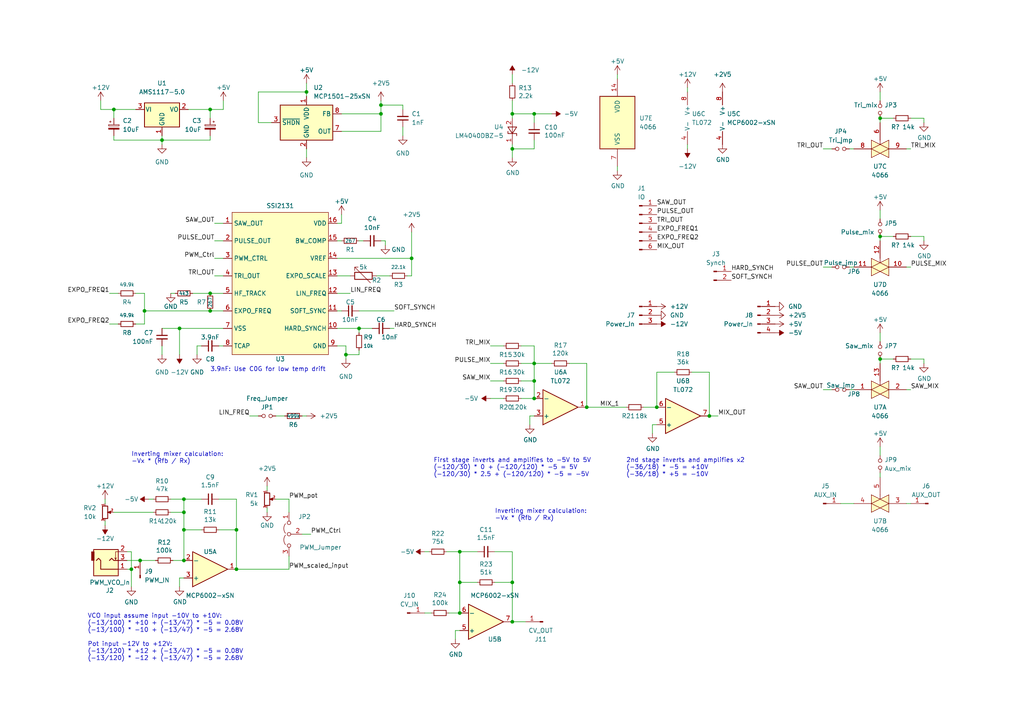
<source format=kicad_sch>
(kicad_sch (version 20230121) (generator eeschema)
  (paper "A4")
  (junction (at 170.18 118.11))
  (junction (at 88.9 26.67))
  (junction (at 40.64 162.56))
  (junction (at 60.96 85.09))
  (junction (at 255.27 104.14))
  (junction (at 52.07 95.25))
  (junction (at 255.27 34.29))
  (junction (at 133.35 160.02))
  (junction (at 154.94 110.49))
  (junction (at 53.34 144.78))
  (junction (at 133.35 177.8))
  (junction (at 33.02 31.75))
  (junction (at 41.91 90.17))
  (junction (at 53.34 148.59))
  (junction (at 104.14 95.25))
  (junction (at 149.86 -27.94))
  (junction (at 190.5 118.11))
  (junction (at 38.1 165.1))
  (junction (at 68.58 165.1))
  (junction (at 60.96 31.75))
  (junction (at 154.94 33.02))
  (junction (at 148.59 180.34))
  (junction (at 154.94 105.41))
  (junction (at 110.49 30.48))
  (junction (at 255.27 68.58))
  (junction (at 205.74 120.65))
  (junction (at 53.34 153.67))
  (junction (at 148.59 168.91))
  (junction (at 46.99 40.64))
  (junction (at 154.94 115.57))
  (junction (at 133.35 168.91))
  (junction (at 119.38 74.93))
  (junction (at 148.59 33.02))
  (junction (at 68.58 153.67))
  (junction (at 100.33 102.87))
  (junction (at 53.34 162.56))
  (junction (at 148.59 43.18))
  (junction (at 60.96 90.17))
  (junction (at 110.49 33.02))
  (wire (pts (xy 53.34 153.67) (xy 53.34 162.56)))
  (wire (pts (xy 162.56 -27.94) (xy 149.86 -27.94)))
  (wire (pts (xy 104.14 101.6) (xy 104.14 102.87)))
  (wire (pts (xy 57.15 100.33) (xy 58.42 100.33)))
  (wire (pts (xy 62.23 80.01) (xy 64.77 80.01)))
  (wire (pts (xy 46.99 95.25) (xy 52.07 95.25)))
  (wire (pts (xy 255.27 34.29) (xy 259.08 34.29)))
  (wire (pts (xy 52.07 95.25) (xy 64.77 95.25)))
  (wire (pts (xy 41.91 85.09) (xy 39.37 85.09)))
  (wire (pts (xy 170.18 118.11) (xy 181.61 118.11)))
  (wire (pts (xy 97.79 80.01) (xy 101.6 80.01)))
  (wire (pts (xy 153.67 120.65) (xy 153.67 123.19)))
  (wire (pts (xy 119.38 80.01) (xy 119.38 74.93)))
  (wire (pts (xy 255.27 26.67) (xy 255.27 29.21)))
  (wire (pts (xy 110.49 38.1) (xy 110.49 33.02)))
  (wire (pts (xy 99.06 69.85) (xy 97.79 69.85)))
  (wire (pts (xy 80.01 120.65) (xy 82.55 120.65)))
  (wire (pts (xy 149.86 -30.48) (xy 149.86 -27.94)))
  (wire (pts (xy 148.59 160.02) (xy 148.59 168.91)))
  (wire (pts (xy 63.5 144.78) (xy 68.58 144.78)))
  (wire (pts (xy 133.35 168.91) (xy 138.43 168.91)))
  (wire (pts (xy 246.38 113.03) (xy 247.65 113.03)))
  (wire (pts (xy 77.47 140.97) (xy 77.47 142.24)))
  (wire (pts (xy 80.01 144.78) (xy 83.82 144.78)))
  (wire (pts (xy 57.15 100.33) (xy 57.15 102.87)))
  (wire (pts (xy 74.93 26.67) (xy 88.9 26.67)))
  (wire (pts (xy 189.23 123.19) (xy 189.23 125.73)))
  (wire (pts (xy 246.38 77.47) (xy 247.65 77.47)))
  (wire (pts (xy 238.76 43.18) (xy 241.3 43.18)))
  (wire (pts (xy 99.06 33.02) (xy 110.49 33.02)))
  (wire (pts (xy 255.27 60.96) (xy 255.27 63.5)))
  (wire (pts (xy 199.39 25.4) (xy 199.39 26.67)))
  (wire (pts (xy 238.76 77.47) (xy 241.3 77.47)))
  (wire (pts (xy 30.48 144.78) (xy 30.48 146.05)))
  (wire (pts (xy 60.96 31.75) (xy 64.77 31.75)))
  (wire (pts (xy 60.96 31.75) (xy 60.96 34.29)))
  (wire (pts (xy 99.06 38.1) (xy 110.49 38.1)))
  (wire (pts (xy 33.02 39.37) (xy 33.02 40.64)))
  (wire (pts (xy 53.34 153.67) (xy 58.42 153.67)))
  (wire (pts (xy 154.94 33.02) (xy 154.94 35.56)))
  (wire (pts (xy 133.35 160.02) (xy 133.35 168.91)))
  (wire (pts (xy 53.34 148.59) (xy 53.34 153.67)))
  (wire (pts (xy 151.13 100.33) (xy 154.94 100.33)))
  (wire (pts (xy 148.59 33.02) (xy 148.59 34.29)))
  (wire (pts (xy 205.74 107.95) (xy 205.74 120.65)))
  (wire (pts (xy 255.27 104.14) (xy 259.08 104.14)))
  (wire (pts (xy 104.14 95.25) (xy 104.14 96.52)))
  (wire (pts (xy 31.75 85.09) (xy 34.29 85.09)))
  (wire (pts (xy 162.56 -29.21) (xy 162.56 -27.94)))
  (wire (pts (xy 133.35 160.02) (xy 138.43 160.02)))
  (wire (pts (xy 52.07 167.64) (xy 53.34 167.64)))
  (wire (pts (xy 160.02 33.02) (xy 154.94 33.02)))
  (wire (pts (xy 33.02 31.75) (xy 33.02 34.29)))
  (wire (pts (xy 116.84 30.48) (xy 116.84 31.75)))
  (wire (pts (xy 133.35 168.91) (xy 133.35 177.8)))
  (wire (pts (xy 29.21 29.21) (xy 29.21 31.75)))
  (wire (pts (xy 62.23 64.77) (xy 64.77 64.77)))
  (wire (pts (xy 36.83 165.1) (xy 38.1 165.1)))
  (wire (pts (xy 154.94 33.02) (xy 148.59 33.02)))
  (wire (pts (xy 199.39 41.91) (xy 199.39 43.18)))
  (wire (pts (xy 255.27 68.58) (xy 259.08 68.58)))
  (wire (pts (xy 111.76 69.85) (xy 111.76 71.12)))
  (wire (pts (xy 264.16 104.14) (xy 267.97 104.14)))
  (wire (pts (xy 262.89 113.03) (xy 264.16 113.03)))
  (wire (pts (xy 110.49 30.48) (xy 116.84 30.48)))
  (wire (pts (xy 123.19 160.02) (xy 124.46 160.02)))
  (wire (pts (xy 255.27 68.58) (xy 255.27 69.85)))
  (wire (pts (xy 104.14 95.25) (xy 107.95 95.25)))
  (wire (pts (xy 49.53 144.78) (xy 53.34 144.78)))
  (wire (pts (xy 154.94 110.49) (xy 154.94 115.57)))
  (wire (pts (xy 189.23 123.19) (xy 190.5 123.19)))
  (wire (pts (xy 29.21 31.75) (xy 33.02 31.75)))
  (wire (pts (xy 39.37 93.98) (xy 41.91 93.98)))
  (wire (pts (xy 36.83 160.02) (xy 38.1 160.02)))
  (wire (pts (xy 50.165 162.56) (xy 53.34 162.56)))
  (wire (pts (xy 267.97 34.29) (xy 267.97 35.56)))
  (wire (pts (xy 200.66 107.95) (xy 205.74 107.95)))
  (wire (pts (xy 262.89 43.18) (xy 264.16 43.18)))
  (wire (pts (xy 110.49 30.48) (xy 110.49 29.21)))
  (wire (pts (xy 53.34 144.78) (xy 53.34 148.59)))
  (wire (pts (xy 97.79 100.33) (xy 100.33 100.33)))
  (wire (pts (xy 153.67 120.65) (xy 154.94 120.65)))
  (wire (pts (xy 110.49 33.02) (xy 110.49 30.48)))
  (wire (pts (xy 88.9 26.67) (xy 88.9 27.94)))
  (wire (pts (xy 186.69 118.11) (xy 190.5 118.11)))
  (wire (pts (xy 205.74 120.65) (xy 208.28 120.65)))
  (wire (pts (xy 43.18 144.78) (xy 44.45 144.78)))
  (wire (pts (xy 41.91 93.98) (xy 41.91 90.17)))
  (wire (pts (xy 78.74 35.56) (xy 74.93 35.56)))
  (wire (pts (xy 123.19 177.8) (xy 125.095 177.8)))
  (wire (pts (xy 62.23 74.93) (xy 64.77 74.93)))
  (wire (pts (xy 255.27 96.52) (xy 255.27 99.06)))
  (wire (pts (xy 33.02 148.59) (xy 44.45 148.59)))
  (wire (pts (xy 60.96 40.64) (xy 46.99 40.64)))
  (wire (pts (xy 49.53 85.09) (xy 50.8 85.09)))
  (wire (pts (xy 267.97 68.58) (xy 267.97 69.85)))
  (wire (pts (xy 63.5 100.33) (xy 64.77 100.33)))
  (wire (pts (xy 132.08 182.88) (xy 133.35 182.88)))
  (wire (pts (xy 88.9 24.13) (xy 88.9 26.67)))
  (wire (pts (xy 142.24 105.41) (xy 146.05 105.41)))
  (wire (pts (xy 238.76 113.03) (xy 241.3 113.03)))
  (wire (pts (xy 109.22 80.01) (xy 113.03 80.01)))
  (wire (pts (xy 30.48 151.13) (xy 30.48 152.4)))
  (wire (pts (xy 53.34 144.78) (xy 58.42 144.78)))
  (wire (pts (xy 41.91 90.17) (xy 41.91 85.09)))
  (wire (pts (xy 77.47 147.32) (xy 77.47 148.59)))
  (wire (pts (xy 104.14 90.17) (xy 114.3 90.17)))
  (wire (pts (xy 148.59 180.34) (xy 152.4 180.34)))
  (wire (pts (xy 100.33 102.87) (xy 100.33 104.14)))
  (wire (pts (xy 255.27 34.29) (xy 255.27 35.56)))
  (wire (pts (xy 154.94 105.41) (xy 154.94 110.49)))
  (wire (pts (xy 36.83 162.56) (xy 40.64 162.56)))
  (wire (pts (xy 190.5 107.95) (xy 195.58 107.95)))
  (wire (pts (xy 170.18 105.41) (xy 170.18 118.11)))
  (wire (pts (xy 148.59 29.21) (xy 148.59 33.02)))
  (wire (pts (xy 151.13 110.49) (xy 154.94 110.49)))
  (wire (pts (xy 264.16 68.58) (xy 267.97 68.58)))
  (wire (pts (xy 60.96 90.17) (xy 64.77 90.17)))
  (wire (pts (xy 104.14 102.87) (xy 100.33 102.87)))
  (wire (pts (xy 143.51 168.91) (xy 148.59 168.91)))
  (wire (pts (xy 113.03 95.25) (xy 114.3 95.25)))
  (wire (pts (xy 255.27 104.14) (xy 255.27 105.41)))
  (wire (pts (xy 60.96 39.37) (xy 60.96 40.64)))
  (wire (pts (xy 148.59 41.91) (xy 148.59 43.18)))
  (wire (pts (xy 130.175 177.8) (xy 133.35 177.8)))
  (wire (pts (xy 110.49 69.85) (xy 111.76 69.85)))
  (wire (pts (xy 74.93 35.56) (xy 74.93 26.67)))
  (wire (pts (xy 68.58 165.1) (xy 83.82 165.1)))
  (wire (pts (xy 148.59 43.18) (xy 154.94 43.18)))
  (wire (pts (xy 87.63 154.94) (xy 90.17 154.94)))
  (wire (pts (xy 154.94 105.41) (xy 160.02 105.41)))
  (wire (pts (xy 33.02 40.64) (xy 46.99 40.64)))
  (wire (pts (xy 262.89 146.05) (xy 264.16 146.05)))
  (wire (pts (xy 55.88 85.09) (xy 60.96 85.09)))
  (wire (pts (xy 62.23 69.85) (xy 64.77 69.85)))
  (wire (pts (xy 267.97 104.14) (xy 267.97 105.41)))
  (wire (pts (xy 97.79 90.17) (xy 99.06 90.17)))
  (wire (pts (xy 262.89 77.47) (xy 264.16 77.47)))
  (wire (pts (xy 64.77 31.75) (xy 64.77 29.21)))
  (wire (pts (xy 151.13 115.57) (xy 154.94 115.57)))
  (wire (pts (xy 190.5 107.95) (xy 190.5 118.11)))
  (wire (pts (xy 60.96 85.09) (xy 64.77 85.09)))
  (wire (pts (xy 154.94 100.33) (xy 154.94 105.41)))
  (wire (pts (xy 142.24 110.49) (xy 146.05 110.49)))
  (wire (pts (xy 38.1 160.02) (xy 38.1 165.1)))
  (wire (pts (xy 148.59 43.18) (xy 148.59 45.72)))
  (wire (pts (xy 255.27 129.54) (xy 255.27 132.08)))
  (wire (pts (xy 68.58 153.67) (xy 68.58 165.1)))
  (wire (pts (xy 154.94 40.64) (xy 154.94 43.18)))
  (wire (pts (xy 255.27 137.16) (xy 255.27 138.43)))
  (wire (pts (xy 49.53 148.59) (xy 53.34 148.59)))
  (wire (pts (xy 129.54 160.02) (xy 133.35 160.02)))
  (wire (pts (xy 83.82 165.1) (xy 83.82 161.29)))
  (wire (pts (xy 151.13 105.41) (xy 154.94 105.41)))
  (wire (pts (xy 74.93 120.65) (xy 72.39 120.65)))
  (wire (pts (xy 52.07 167.64) (xy 52.07 170.18)))
  (wire (pts (xy 97.79 95.25) (xy 104.14 95.25)))
  (wire (pts (xy 33.02 31.75) (xy 39.37 31.75)))
  (wire (pts (xy 149.86 -38.1) (xy 149.86 -35.56)))
  (wire (pts (xy 41.91 90.17) (xy 60.96 90.17)))
  (wire (pts (xy 243.84 146.05) (xy 247.65 146.05)))
  (wire (pts (xy 118.11 80.01) (xy 119.38 80.01)))
  (wire (pts (xy 97.79 85.09) (xy 101.6 85.09)))
  (wire (pts (xy 246.38 43.18) (xy 247.65 43.18)))
  (wire (pts (xy 179.07 21.59) (xy 179.07 22.86)))
  (wire (pts (xy 149.86 -27.94) (xy 149.86 -26.67)))
  (wire (pts (xy 87.63 120.65) (xy 88.9 120.65)))
  (wire (pts (xy 119.38 67.31) (xy 119.38 74.93)))
  (wire (pts (xy 99.06 62.23) (xy 99.06 64.77)))
  (wire (pts (xy 88.9 43.18) (xy 88.9 45.72)))
  (wire (pts (xy 46.99 100.33) (xy 46.99 102.87)))
  (wire (pts (xy 97.79 74.93) (xy 119.38 74.93)))
  (wire (pts (xy 46.99 40.64) (xy 46.99 41.91)))
  (wire (pts (xy 83.82 144.78) (xy 83.82 148.59)))
  (wire (pts (xy 38.1 165.1) (xy 38.1 170.18)))
  (wire (pts (xy 54.61 31.75) (xy 60.96 31.75)))
  (wire (pts (xy 68.58 144.78) (xy 68.58 153.67)))
  (wire (pts (xy 264.16 34.29) (xy 267.97 34.29)))
  (wire (pts (xy 142.24 115.57) (xy 146.05 115.57)))
  (wire (pts (xy 179.07 48.26) (xy 179.07 49.53)))
  (wire (pts (xy 116.84 36.83) (xy 116.84 39.37)))
  (wire (pts (xy 31.75 93.98) (xy 34.29 93.98)))
  (wire (pts (xy 143.51 160.02) (xy 148.59 160.02)))
  (wire (pts (xy 99.06 64.77) (xy 97.79 64.77)))
  (wire (pts (xy 104.14 69.85) (xy 105.41 69.85)))
  (wire (pts (xy 148.59 21.59) (xy 148.59 24.13)))
  (wire (pts (xy 149.86 -19.05) (xy 149.86 -16.51)))
  (wire (pts (xy 46.99 39.37) (xy 46.99 40.64)))
  (wire (pts (xy 52.07 95.25) (xy 52.07 102.87)))
  (wire (pts (xy 63.5 153.67) (xy 68.58 153.67)))
  (wire (pts (xy 40.64 162.56) (xy 45.085 162.56)))
  (wire (pts (xy 142.24 100.33) (xy 146.05 100.33)))
  (wire (pts (xy 100.33 100.33) (xy 100.33 102.87)))
  (wire (pts (xy 132.08 182.88) (xy 132.08 185.42)))
  (wire (pts (xy 165.1 105.41) (xy 170.18 105.41)))
  (wire (pts (xy 148.59 168.91) (xy 148.59 180.34)))
  (text "VCO input assume input -10V to +10V:\n(-13/100) * +10 + (-13/47) * -5 = 0.08V\n(-13/100) * -10 + (-13/47) * -5 = 2.68V\n\nPot input -12V to +12V:\n(-13/120) * +12 + (-13/47) * -5 = 0.08V\n(-13/120) * -12 + (-13/47) * -5 = 2.68V" (at 25.4 191.77 0) (effects (font (size 1.27 1.27)) (justify left bottom)))
  (text "First stage inverts and amplifies to -5V to 5V\n(-120/30) * 0 + (-120/120) * -5 = 5V\n(-120/30) * 2.5 + (-120/120) * -5 = -5V" (at 125.73 138.43 0) (effects (font (size 1.27 1.27)) (justify left bottom)))
  (text "3.9nF: Use C0G for low temp drift" (at 60.96 107.95 0) (effects (font (size 1.27 1.27)) (justify left bottom)))
  (text "2nd stage inverts and amplifies x2\n(-36/18) * -5 = +10V\n(-36/18) * +5 = -10V" (at 181.61 138.43 0) (effects (font (size 1.27 1.27)) (justify left bottom)))
  (text "Inverting mixer calculation:\n-Vx * (Rfb / Rx)" (at 143.51 151.13 0) (effects (font (size 1.27 1.27)) (justify left bottom)))
  (text "Inverting mixer calculation:\n-Vx * (Rfb / Rx)" (at 38.1 134.62 0) (effects (font (size 1.27 1.27)) (justify left bottom)))
  (label "SAW_OUT" (at 62.23 64.77 180))
  (label "SOFT_SYNCH" (at 212.09 81.28 0))
  (label "MIX_OUT" (at 190.5 72.39 0))
  (label "TRI_OUT" (at 238.76 43.18 180))
  (label "SAW_OUT" (at 190.5 59.69 0))
  (label "MIX_OUT" (at 208.28 120.65 0))
  (label "TRI_MIX" (at 264.16 43.18 0))
  (label "EXPO_FREQ1" (at 31.75 85.09 180))
  (label "PULSE_OUT" (at 62.23 69.85 180))
  (label "SAW_MIX" (at 142.24 110.49 180))
  (label "PULSE_MIX" (at 142.24 105.41 180))
  (label "PULSE_OUT" (at 238.76 77.47 180))
  (label "TRI_OUT" (at 62.23 80.01 180))
  (label "HARD_SYNCH" (at 114.3 95.25 0))
  (label "EXPO_FREQ1" (at 190.5 67.31 0))
  (label "TRI_MIX" (at 142.24 100.33 180))
  (label "HARD_SYNCH" (at 212.09 78.74 0))
  (label "LIN_FREQ" (at 72.39 120.65 180))
  (label "PWM_scaled_input" (at 83.82 165.1 0))
  (label "LIN_FREQ" (at 101.6 85.09 0))
  (label "TRI_OUT" (at 190.5 64.77 0))
  (label "MIX_1" (at 173.99 118.11 0))
  (label "SOFT_SYNCH" (at 114.3 90.17 0))
  (label "SAW_OUT" (at 238.76 113.03 180))
  (label "PULSE_MIX" (at 264.16 77.47 0))
  (label "PULSE_OUT" (at 190.5 62.23 0))
  (label "PWM_Ctrl" (at 90.17 154.94 0))
  (label "PWM_pot" (at 83.82 144.78 0))
  (label "PWM_Ctrl" (at 62.23 74.93 180))
  (label "SAW_MIX" (at 264.16 113.03 0))
  (label "EXPO_FREQ2" (at 31.75 93.98 180))
  (label "EXPO_FREQ2" (at 190.5 69.85 0))
  (symbol (lib_id "Device:C_Small") (at 60.96 100.33 90) (unit 1)
    (property "Reference" "C8" (at 60.96 104.14 90))
    (property "Value" "3.9nF" (at 60.96 97.79 90))
    (property "Footprint" "Capacitor_SMD:C_0805_2012Metric" (effects hide))
  )
  (symbol (lib_id "power:+5V") (at 64.77 29.21 0) (unit 1)
    (property "Reference" "#PWR03" (effects hide))
    (property "Value" "+5V" (at 64.77 25.4 0))
  )
  (symbol (lib_id "power:+2V5") (at 88.9 120.65 270) (unit 1)
    (property "Reference" "#PWR0105" (effects hide))
    (property "Value" "+2V5" (at 92.71 120.6499 90) (effects (justify left)))
  )
  (symbol (lib_id "power:GND") (at 209.55 41.91 0) (unit 1)
    (property "Reference" "#PWR028" (effects hide))
    (property "Value" "GND" (at 209.677 46.3042 0))
  )
  (symbol (lib_id "Encoder:Jumper_NO_Small") (at 255.27 101.6 90) (unit 1)
    (property "Reference" "JP7" (at 256.54 100.3299 90) (effects (justify right)))
    (property "Value" "Saw_mix" (at 245.11 100.33 90) (effects (justify right)))
    (property "Footprint" "Connector_PinHeader_2.54mm:PinHeader_1x02_P2.54mm_Vertical" (effects hide))
  )
  (symbol (lib_id "Amplifier_Operational:TL072") (at 201.93 34.29 0) (unit 3)
    (property "Reference" "U6" (at 200.66 33.0199 0) (effects (justify left)))
    (property "Value" "TL072" (at 200.66 35.5599 0) (effects (justify left)))
    (property "Footprint" "Package_SO:SO-8_3.9x4.9mm_P1.27mm" (effects hide))
    (property "Datasheet" "http://www.ti.com/lit/ds/symlink/tl071.pdf" (effects hide))
  )
  (symbol (lib_id "Device:R_Small") (at 53.34 85.09 90) (unit 1)
    (property "Reference" "R5" (at 53.34 87.63 90))
    (property "Value" "4k3" (at 53.34 85.09 90) (effects (font (size 1 1))))
    (property "Footprint" "Resistor_SMD:R_0805_2012Metric" (effects hide))
  )
  (symbol (lib_id "Connector:Conn_01x02_Male") (at 207.01 78.74 0) (unit 1)
    (property "Reference" "J3" (at 207.645 73.66 0))
    (property "Value" "Synch" (at 207.645 76.2 0))
    (property "Footprint" "Connector_PinHeader_2.54mm:PinHeader_1x02_P2.54mm_Vertical" (effects hide))
  )
  (symbol (lib_id "power:GND") (at 224.79 88.9 90) (unit 1)
    (property "Reference" "#PWR018" (effects hide))
    (property "Value" "GND" (at 228.6 88.8999 90) (effects (justify right)))
  )
  (symbol (lib_id "power:-12V") (at 148.59 21.59 0) (unit 1)
    (property "Reference" "#PWR010" (effects hide))
    (property "Value" "-12V" (at 151.13 20.3199 0) (effects (justify left)))
  )
  (symbol (lib_id "power:+12V") (at 30.48 144.78 0) (mirror y) (unit 1)
    (property "Reference" "#PWR024" (effects hide))
    (property "Value" "+12V" (at 30.48 140.97 0))
  )
  (symbol (lib_id "power:+2V5") (at 224.79 91.44 270) (unit 1)
    (property "Reference" "#PWR019" (effects hide))
    (property "Value" "+2V5" (at 228.6 91.4399 90) (effects (justify left)))
  )
  (symbol (lib_id "power:+12V") (at 29.21 29.21 0) (mirror y) (unit 1)
    (property "Reference" "#PWR02" (effects hide))
    (property "Value" "+12V" (at 29.21 25.4 0))
  )
  (symbol (lib_id "Device:R_Small") (at 101.6 69.85 90) (unit 1)
    (property "Reference" "R1" (at 101.6 72.39 90))
    (property "Value" "267" (at 101.6 69.85 90) (effects (font (size 1 1))))
    (property "Footprint" "Resistor_SMD:R_0805_2012Metric" (effects hide))
  )
  (symbol (lib_id "power:+5V") (at 99.06 62.23 0) (unit 1)
    (property "Reference" "#PWR08" (effects hide))
    (property "Value" "+5V" (at 99.06 58.42 0))
  )
  (symbol (lib_id "Device:C_Small") (at 46.99 97.79 0) (unit 1)
    (property "Reference" "C7" (at 44.45 96.5262 0) (effects (justify right)))
    (property "Value" "100nF" (at 44.45 99.0662 0) (effects (justify right)))
    (property "Footprint" "Capacitor_SMD:C_0805_2012Metric" (effects hide))
  )
  (symbol (lib_id "Jumper:Jumper_3_Open") (at 83.82 154.94 90) (mirror x) (unit 1)
    (property "Reference" "JP2" (at 90.17 149.86 90) (effects (justify left)))
    (property "Value" "PWM_Jumper" (at 99.06 158.75 90) (effects (justify left)))
    (property "Footprint" "Connector_PinHeader_2.54mm:PinHeader_1x03_P2.54mm_Vertical" (effects hide))
  )
  (symbol (lib_id "4xxx:4066") (at 255.27 113.03 0) (unit 1)
    (property "Reference" "U7" (at 255.27 118.11 0))
    (property "Value" "4066" (at 255.27 120.65 0))
    (property "Footprint" "Package_SO:TSSOP-14_4.4x5mm_P0.65mm" (effects hide))
    (property "Datasheet" "http://www.ti.com/lit/ds/symlink/cd4066b.pdf" (effects hide))
  )
  (symbol (lib_id "power:GND") (at 116.84 39.37 0) (unit 1)
    (property "Reference" "#PWR05" (effects hide))
    (property "Value" "GND" (at 116.84 44.45 0))
  )
  (symbol (lib_id "Device:R_Potentiometer_Small") (at 77.47 144.78 0) (unit 1)
    (property "Reference" "RV1" (at 74.93 143.5099 0) (effects (justify right)))
    (property "Value" "5k" (at 74.93 146.0499 0) (effects (justify right)))
    (property "Footprint" "Custom_Footprints:Alpha_9mm_Potentiometer_Aligned" (effects hide))
  )
  (symbol (lib_id "power:GND") (at 88.9 45.72 0) (unit 1)
    (property "Reference" "#PWR07" (effects hide))
    (property "Value" "GND" (at 88.9 50.8 0))
  )
  (symbol (lib_id "Amplifier_Operational:TL072") (at 162.56 118.11 0) (mirror x) (unit 1)
    (property "Reference" "U6" (at 162.56 107.95 0))
    (property "Value" "TL072" (at 162.56 110.49 0))
    (property "Footprint" "Package_SO:SO-8_3.9x4.9mm_P1.27mm" (effects hide))
    (property "Datasheet" "http://www.ti.com/lit/ds/symlink/tl071.pdf" (effects hide))
  )
  (symbol (lib_id "power:+2V5") (at 162.56 -29.21 0) (unit 1)
    (property "Reference" "#PWR0106" (effects hide))
    (property "Value" "+2V5" (at 162.56 -34.29 0))
  )
  (symbol (lib_id "power:+2V5") (at 209.55 26.67 0) (unit 1)
    (property "Reference" "#PWR027" (effects hide))
    (property "Value" "+2V5" (at 209.55 21.59 0))
  )
  (symbol (lib_id "4xxx:4066") (at 179.07 35.56 0) (unit 5)
    (property "Reference" "U7" (at 185.42 34.2899 0) (effects (justify left)))
    (property "Value" "4066" (at 185.42 36.8299 0) (effects (justify left)))
    (property "Footprint" "Package_SO:TSSOP-14_4.4x5mm_P0.65mm" (effects hide))
    (property "Datasheet" "http://www.ti.com/lit/ds/symlink/cd4066b.pdf" (effects hide))
  )
  (symbol (lib_id "Device:R_Small") (at 127 160.02 270) (unit 1)
    (property "Reference" "R22" (at 127 154.7622 90))
    (property "Value" "75k" (at 127 157.0736 90))
    (property "Footprint" "Resistor_SMD:R_0805_2012Metric" (effects hide))
  )
  (symbol (lib_id "thonkiconn:AudioJack2_Ground_Switch") (at 31.75 162.56 0) (mirror x) (unit 1)
    (property "Reference" "J2" (at 31.8516 171.2468 0))
    (property "Value" "PWM_VCO_In" (at 31.8516 168.9354 0))
    (property "Footprint" "Custom_Footprints:THONKICONN_hole" (effects hide))
  )
  (symbol (lib_id "power:-12V") (at 199.39 43.18 180) (unit 1)
    (property "Reference" "#PWR032" (effects hide))
    (property "Value" "-12V" (at 199.39 48.26 0))
  )
  (symbol (lib_id "Device:R_Small") (at 184.15 118.11 270) (unit 1)
    (property "Reference" "R21" (at 182.245 120.65 90))
    (property "Value" "18k" (at 186.055 120.65 90))
    (property "Footprint" "Resistor_SMD:R_0805_2012Metric" (effects hide))
  )
  (symbol (lib_id "Connector:Conn_01x01_Male") (at 157.48 180.34 180) (unit 1)
    (property "Reference" "J11" (at 156.845 185.42 0))
    (property "Value" "CV_OUT" (at 156.845 182.88 0))
    (property "Footprint" "Connector_PinHeader_2.54mm:PinHeader_1x01_P2.54mm_Vertical" (effects hide))
  )
  (symbol (lib_id "4xxx:4066") (at 255.27 43.18 0) (unit 3)
    (property "Reference" "U7" (at 255.27 48.26 0))
    (property "Value" "4066" (at 255.27 50.8 0))
    (property "Footprint" "Package_SO:TSSOP-14_4.4x5mm_P0.65mm" (effects hide))
    (property "Datasheet" "http://www.ti.com/lit/ds/symlink/cd4066b.pdf" (effects hide))
  )
  (symbol (lib_id "Custom_Audio:SSI2131") (at 81.28 81.28 0) (unit 1)
    (property "Reference" "U3" (at 81.28 104.14 0))
    (property "Value" "SSI2131" (at 81.28 59.69 0))
    (property "Footprint" "Package_SO:SOIC-16_3.9x9.9mm_P1.27mm" (effects hide))
  )
  (symbol (lib_id "power:+2V5") (at 77.47 140.97 0) (unit 1)
    (property "Reference" "#PWR023" (effects hide))
    (property "Value" "+2V5" (at 77.47 135.89 0))
  )
  (symbol (lib_id "Encoder:Jumper_NO_Small") (at 243.84 113.03 0) (unit 1)
    (property "Reference" "JP8" (at 247.65 114.3 0))
    (property "Value" "Saw_jmp" (at 243.84 111.76 0))
    (property "Footprint" "Connector_PinHeader_2.54mm:PinHeader_1x02_P2.54mm_Vertical" (effects hide))
  )
  (symbol (lib_id "Device:R_Small") (at 148.59 100.33 270) (unit 1)
    (property "Reference" "R15" (at 146.685 102.87 90))
    (property "Value" "30k" (at 150.495 102.87 90))
    (property "Footprint" "Resistor_SMD:R_0805_2012Metric" (effects hide))
  )
  (symbol (lib_id "power:GND") (at 179.07 49.53 0) (unit 1)
    (property "Reference" "#PWR033" (effects hide))
    (property "Value" "GND" (at 179.197 53.9242 0))
  )
  (symbol (lib_id "Connector:Conn_01x06_Male") (at 185.42 64.77 0) (unit 1)
    (property "Reference" "J1" (at 186.055 54.61 0))
    (property "Value" "IO" (at 186.055 57.15 0))
    (property "Footprint" "Connector_PinHeader_2.54mm:PinHeader_1x06_P2.54mm_Vertical" (effects hide))
  )
  (symbol (lib_id "power:+12V") (at 190.5 88.9 270) (mirror x) (unit 1)
    (property "Reference" "#PWR039" (effects hide))
    (property "Value" "+12V" (at 194.31 88.8999 90) (effects (justify left)))
  )
  (symbol (lib_id "Device:R_Small") (at 140.97 168.91 270) (unit 1)
    (property "Reference" "R23" (at 140.97 163.6522 90))
    (property "Value" "51k" (at 140.97 165.9636 90))
    (property "Footprint" "Resistor_SMD:R_0805_2012Metric" (effects hide))
  )
  (symbol (lib_id "Encoder:Jumper_NO_Small") (at 255.27 31.75 90) (unit 1)
    (property "Reference" "JP3" (at 256.54 30.4799 90) (effects (justify right)))
    (property "Value" "Tri_mix" (at 247.65 30.48 90) (effects (justify right)))
    (property "Footprint" "Connector_PinHeader_2.54mm:PinHeader_1x02_P2.54mm_Vertical" (effects hide))
  )
  (symbol (lib_id "power:-5V") (at 224.79 96.52 270) (unit 1)
    (property "Reference" "#PWR0104" (effects hide))
    (property "Value" "-5V" (at 228.6 96.5199 90) (effects (justify left)))
  )
  (symbol (lib_id "4xxx:4066") (at 255.27 77.47 0) (unit 4)
    (property "Reference" "U7" (at 255.27 82.55 0))
    (property "Value" "4066" (at 255.27 85.09 0))
    (property "Footprint" "Package_SO:TSSOP-14_4.4x5mm_P0.65mm" (effects hide))
    (property "Datasheet" "http://www.ti.com/lit/ds/symlink/cd4066b.pdf" (effects hide))
  )
  (symbol (lib_id "power:+5V") (at 255.27 129.54 0) (unit 1)
    (property "Reference" "#PWR038" (effects hide))
    (property "Value" "+5V" (at 255.27 125.73 0))
  )
  (symbol (lib_id "Device:R_Small") (at 115.57 80.01 90) (unit 1)
    (property "Reference" "R3" (at 115.57 82.55 90))
    (property "Value" "22.1k" (at 115.57 77.47 90) (effects (font (size 1 1))))
    (property "Footprint" "Resistor_SMD:R_0805_2012Metric" (effects hide))
  )
  (symbol (lib_id "Device:R_Small") (at 149.86 -33.02 0) (unit 1)
    (property "Reference" "R25" (at 151.638 -34.1884 0) (effects (justify left)))
    (property "Value" "160" (at 151.638 -31.877 0) (effects (justify left)))
    (property "Footprint" "Resistor_SMD:R_0805_2012Metric" (effects hide))
  )
  (symbol (lib_id "power:GND") (at 148.59 45.72 0) (unit 1)
    (property "Reference" "#PWR012" (effects hide))
    (property "Value" "GND" (at 148.717 50.1142 0))
  )
  (symbol (lib_id "Amplifier_Operational:MCP6002-xSN") (at 212.09 34.29 0) (unit 3)
    (property "Reference" "U5" (at 210.82 33.0199 0) (effects (justify left)))
    (property "Value" "MCP6002-xSN" (at 210.82 35.5599 0) (effects (justify left)))
    (property "Footprint" "Package_SO:MSOP-8_3x3mm_P0.65mm" (effects hide))
    (property "Datasheet" "http://ww1.microchip.com/downloads/en/DeviceDoc/21733j.pdf" (effects hide))
  )
  (symbol (lib_id "Device:C_Small") (at 116.84 34.29 180) (unit 1)
    (property "Reference" "C1" (at 119.38 33.0135 0) (effects (justify right)))
    (property "Value" "1nF" (at 119.38 35.5535 0) (effects (justify right)))
    (property "Footprint" "Capacitor_SMD:C_0805_2012Metric" (effects hide))
  )
  (symbol (lib_id "power:+2V5") (at 119.38 67.31 0) (unit 1)
    (property "Reference" "#PWR09" (effects hide))
    (property "Value" "+2V5" (at 119.38 62.23 0))
  )
  (symbol (lib_id "power:+5V") (at 255.27 96.52 0) (unit 1)
    (property "Reference" "#PWR035" (effects hide))
    (property "Value" "+5V" (at 255.27 92.71 0))
  )
  (symbol (lib_id "power:GND") (at 189.23 125.73 0) (unit 1)
    (property "Reference" "#PWR037" (effects hide))
    (property "Value" "GND" (at 189.357 130.1242 0))
  )
  (symbol (lib_id "power:-5V") (at 43.18 144.78 90) (unit 1)
    (property "Reference" "#PWR0101" (effects hide))
    (property "Value" "-5V" (at 38.1 144.78 90))
  )
  (symbol (lib_id "Device:C_Small") (at 140.97 160.02 90) (unit 1)
    (property "Reference" "C11" (at 140.97 153.6192 90))
    (property "Value" "1.5nF" (at 140.97 155.9306 90))
    (property "Footprint" "Capacitor_SMD:C_0805_2012Metric" (effects hide))
  )
  (symbol (lib_id "power:-5V") (at 142.24 115.57 90) (unit 1)
    (property "Reference" "#PWR0103" (effects hide))
    (property "Value" "-5V" (at 134.62 115.57 90) (effects (justify right)))
  )
  (symbol (lib_id "Reference_Voltage:LM4040DBZ-2.5") (at 149.86 -22.86 90) (unit 1)
    (property "Reference" "U8" (at 152.4 -24.1301 90) (effects (justify right)))
    (property "Value" "LM4040DBZ-2.5" (at 152.4 -21.5901 90) (effects (justify right)))
    (property "Footprint" "Package_TO_SOT_SMD:SOT-23" (effects hide))
    (property "Datasheet" "http://www.ti.com/lit/ds/symlink/lm4040-n.pdf" (effects hide))
  )
  (symbol (lib_id "Device:C_Polarized_Small") (at 60.96 36.83 0) (mirror y) (unit 1)
    (property "Reference" "C3" (at 58.42 35.0138 0) (effects (justify left)))
    (property "Value" "10uF" (at 58.42 37.5538 0) (effects (justify left)))
    (property "Footprint" "Capacitor_SMD:CP_Elec_5x5.7" (effects hide))
  )
  (symbol (lib_id "Device:R_Small") (at 198.12 107.95 270) (unit 1)
    (property "Reference" "R18" (at 198.12 102.6922 90))
    (property "Value" "36k" (at 198.12 105.0036 90))
    (property "Footprint" "Resistor_SMD:R_0805_2012Metric" (effects hide))
  )
  (symbol (lib_id "Reference_Voltage:LM4040DBZ-5") (at 148.59 38.1 270) (unit 1)
    (property "Reference" "U4" (at 146.05 36.8299 90) (effects (justify right)))
    (property "Value" "LM4040DBZ-5" (at 146.05 39.3699 90) (effects (justify right)))
    (property "Footprint" "Package_TO_SOT_SMD:SOT-23" (effects hide))
    (property "Datasheet" "http://www.ti.com/lit/ds/symlink/lm4040-n.pdf" (effects hide))
  )
  (symbol (lib_id "Device:R_Small") (at 60.96 87.63 180) (unit 1)
    (property "Reference" "R7" (at 58.42 87.63 0))
    (property "Value" "267" (at 60.96 87.63 90) (effects (font (size 1 1))))
    (property "Footprint" "Resistor_SMD:R_0805_2012Metric" (effects hide))
  )
  (symbol (lib_id "Device:R_Small") (at 261.62 68.58 270) (unit 1)
    (property "Reference" "R?" (at 259.715 71.12 90))
    (property "Value" "14k" (at 263.525 71.12 90))
    (property "Footprint" "Resistor_SMD:R_0805_2012Metric" (effects hide))
  )
  (symbol (lib_id "Device:R_Variable") (at 105.41 80.01 90) (unit 1)
    (property "Reference" "R2" (at 109.22 81.28 90))
    (property "Value" "5k" (at 105.41 77.47 90))
    (property "Footprint" "Potentiometer_THT:Potentiometer_Piher_PT-6-V_Vertical" (effects hide))
  )
  (symbol (lib_id "power:-5V") (at 160.02 33.02 270) (unit 1)
    (property "Reference" "#PWR0102" (effects hide))
    (property "Value" "-5V" (at 167.64 33.02 90) (effects (justify right)))
  )
  (symbol (lib_id "Device:R_Small") (at 36.83 93.98 90) (unit 1)
    (property "Reference" "R8" (at 36.83 96.52 90))
    (property "Value" "49.9k" (at 36.83 91.44 90) (effects (font (size 1 1))))
    (property "Footprint" "Resistor_SMD:R_0805_2012Metric" (effects hide))
  )
  (symbol (lib_id "power:GND") (at 267.97 69.85 0) (unit 1)
    (property "Reference" "#PWR?" (effects hide))
    (property "Value" "GND" (at 268.097 74.2442 0))
  )
  (symbol (lib_id "Amplifier_Operational:MCP6002-xSN") (at 60.96 165.1 0) (mirror x) (unit 1)
    (property "Reference" "U5" (at 60.96 160.02 0))
    (property "Value" "MCP6002-xSN" (at 60.96 172.72 0))
    (property "Footprint" "Package_SO:MSOP-8_3x3mm_P0.65mm" (effects hide))
    (property "Datasheet" "http://ww1.microchip.com/downloads/en/DeviceDoc/21733j.pdf" (effects hide))
  )
  (symbol (lib_id "Device:C_Small") (at 154.94 38.1 0) (unit 1)
    (property "Reference" "C10" (at 157.861 36.9316 0) (effects (justify left)))
    (property "Value" "100nF" (at 157.861 39.243 0) (effects (justify left)))
    (property "Footprint" "Capacitor_SMD:C_0805_2012Metric" (effects hide))
  )
  (symbol (lib_id "Encoder:Jumper_NO_Small") (at 255.27 66.04 90) (unit 1)
    (property "Reference" "JP5" (at 256.54 64.7699 90) (effects (justify right)))
    (property "Value" "Pulse_mix" (at 243.84 67.31 90) (effects (justify right)))
    (property "Footprint" "Connector_PinHeader_2.54mm:PinHeader_1x02_P2.54mm_Vertical" (effects hide))
  )
  (symbol (lib_id "Device:R_Small") (at 36.83 85.09 90) (unit 1)
    (property "Reference" "R4" (at 36.83 87.63 90))
    (property "Value" "49.9k" (at 36.83 82.55 90) (effects (font (size 1 1))))
    (property "Footprint" "Resistor_SMD:R_0805_2012Metric" (effects hide))
  )
  (symbol (lib_id "power:GND") (at 77.47 148.59 0) (unit 1)
    (property "Reference" "#PWR025" (effects hide))
    (property "Value" "GND" (at 77.47 152.4 0))
  )
  (symbol (lib_id "power:-12V") (at 30.48 152.4 180) (unit 1)
    (property "Reference" "#PWR026" (effects hide))
    (property "Value" "-12V" (at 30.48 156.21 0))
  )
  (symbol (lib_id "Device:R_Small") (at 261.62 104.14 270) (unit 1)
    (property "Reference" "R?" (at 259.715 106.68 90))
    (property "Value" "14k" (at 263.525 106.68 90))
    (property "Footprint" "Resistor_SMD:R_0805_2012Metric" (effects hide))
  )
  (symbol (lib_id "power:+5V") (at 255.27 60.96 0) (unit 1)
    (property "Reference" "#PWR034" (effects hide))
    (property "Value" "+5V" (at 255.27 57.15 0))
  )
  (symbol (lib_id "power:GND") (at 49.53 85.09 0) (unit 1)
    (property "Reference" "#PWR013" (effects hide))
    (property "Value" "GND" (at 49.53 88.9 0))
  )
  (symbol (lib_id "Device:R_Small") (at 148.59 110.49 270) (unit 1)
    (property "Reference" "R19" (at 146.685 113.03 90))
    (property "Value" "30k" (at 150.495 113.03 90))
    (property "Footprint" "Resistor_SMD:R_0805_2012Metric" (effects hide))
  )
  (symbol (lib_id "Device:R_Small") (at 148.59 115.57 270) (unit 1)
    (property "Reference" "R20" (at 146.685 118.11 90))
    (property "Value" "120k" (at 150.495 118.11 90))
    (property "Footprint" "Resistor_SMD:R_0805_2012Metric" (effects hide))
  )
  (symbol (lib_id "Connector:Conn_01x03_Male") (at 185.42 91.44 0) (unit 1)
    (property "Reference" "J7" (at 184.15 91.4399 0) (effects (justify right)))
    (property "Value" "Power_In" (at 184.15 93.9799 0) (effects (justify right)))
    (property "Footprint" "Connector_PinHeader_2.54mm:PinHeader_1x03_P2.54mm_Vertical" (effects hide))
  )
  (symbol (lib_id "power:+12V") (at 199.39 25.4 0) (mirror y) (unit 1)
    (property "Reference" "#PWR030" (effects hide))
    (property "Value" "+12V" (at 199.39 21.59 0))
  )
  (symbol (lib_id "Connector:Conn_01x01_Male") (at 118.11 177.8 0) (unit 1)
    (property "Reference" "J10" (at 118.745 172.72 0))
    (property "Value" "CV_IN" (at 118.745 175.26 0))
    (property "Footprint" "Connector_PinHeader_2.54mm:PinHeader_1x01_P2.54mm_Vertical" (effects hide))
  )
  (symbol (lib_id "power:-12V") (at 52.07 102.87 180) (unit 1)
    (property "Reference" "#PWR015" (effects hide))
    (property "Value" "-12V" (at 52.07 107.95 0))
  )
  (symbol (lib_id "power:GND") (at 46.99 102.87 0) (unit 1)
    (property "Reference" "#PWR014" (effects hide))
    (property "Value" "GND" (at 46.99 107.95 0))
  )
  (symbol (lib_id "power:GND") (at 111.76 71.12 0) (unit 1)
    (property "Reference" "#PWR011" (effects hide))
    (property "Value" "GND" (at 115.57 72.39 0))
  )
  (symbol (lib_id "Device:R_Small") (at 148.59 26.67 0) (unit 1)
    (property "Reference" "R13" (at 150.368 25.5016 0) (effects (justify left)))
    (property "Value" "2.2k" (at 150.368 27.813 0) (effects (justify left)))
    (property "Footprint" "Resistor_SMD:R_0805_2012Metric" (effects hide))
  )
  (symbol (lib_id "power:+2V5") (at 110.49 29.21 0) (unit 1)
    (property "Reference" "#PWR04" (effects hide))
    (property "Value" "+2V5" (at 110.49 24.13 0))
  )
  (symbol (lib_id "Amplifier_Operational:MCP6002-xSN") (at 140.97 180.34 0) (mirror x) (unit 2)
    (property "Reference" "U5" (at 143.51 185.42 0))
    (property "Value" "MCP6002-xSN" (at 143.51 172.72 0))
    (property "Footprint" "Package_SO:MSOP-8_3x3mm_P0.65mm" (effects hide))
    (property "Datasheet" "http://ww1.microchip.com/downloads/en/DeviceDoc/21733j.pdf" (effects hide))
  )
  (symbol (lib_id "Amplifier_Operational:TL072") (at 198.12 120.65 0) (mirror x) (unit 2)
    (property "Reference" "U6" (at 198.12 110.49 0))
    (property "Value" "TL072" (at 198.12 113.03 0))
    (property "Footprint" "Package_SO:SO-8_3.9x4.9mm_P1.27mm" (effects hide))
    (property "Datasheet" "http://www.ti.com/lit/ds/symlink/tl071.pdf" (effects hide))
  )
  (symbol (lib_id "Device:C_Small") (at 101.6 90.17 90) (unit 1)
    (property "Reference" "C5" (at 101.6 87.63 90))
    (property "Value" "10nF" (at 101.6 92.71 90))
    (property "Footprint" "Capacitor_SMD:C_0805_2012Metric" (effects hide))
  )
  (symbol (lib_id "Device:C_Small") (at 107.95 69.85 90) (unit 1)
    (property "Reference" "C4" (at 107.9563 63.5 90))
    (property "Value" "10nF" (at 107.9563 66.04 90))
    (property "Footprint" "Capacitor_SMD:C_0805_2012Metric" (effects hide))
  )
  (symbol (lib_id "power:GND") (at 52.07 170.18 0) (unit 1)
    (property "Reference" "#PWR022" (effects hide))
    (property "Value" "GND" (at 52.197 174.5742 0))
  )
  (symbol (lib_id "Device:C_Small") (at 60.96 144.78 90) (unit 1)
    (property "Reference" "C9" (at 60.96 138.3792 90))
    (property "Value" "1.5nF" (at 60.96 140.6906 90))
    (property "Footprint" "Capacitor_SMD:C_0805_2012Metric" (effects hide))
  )
  (symbol (lib_id "Device:R_Small") (at 261.62 34.29 270) (unit 1)
    (property "Reference" "R?" (at 259.715 36.83 90))
    (property "Value" "14k" (at 263.525 36.83 90))
    (property "Footprint" "Resistor_SMD:R_0805_2012Metric" (effects hide))
  )
  (symbol (lib_id "power:GND") (at 153.67 123.19 0) (unit 1)
    (property "Reference" "#PWR036" (effects hide))
    (property "Value" "GND" (at 153.797 127.5842 0))
  )
  (symbol (lib_id "Device:R_Small") (at 47.625 162.56 270) (unit 1)
    (property "Reference" "R12" (at 47.625 157.3022 90))
    (property "Value" "100k" (at 47.625 159.6136 90))
    (property "Footprint" "Resistor_SMD:R_0805_2012Metric" (effects hide))
  )
  (symbol (lib_id "power:-12V") (at 190.5 93.98 270) (unit 1)
    (property "Reference" "#PWR041" (effects hide))
    (property "Value" "-12V" (at 194.31 93.9799 90) (effects (justify left)))
  )
  (symbol (lib_id "Device:R_Small") (at 127.635 177.8 270) (unit 1)
    (property "Reference" "R24" (at 127.635 172.5422 90))
    (property "Value" "100k" (at 127.635 174.8536 90))
    (property "Footprint" "Resistor_SMD:R_0805_2012Metric" (effects hide))
  )
  (symbol (lib_id "Encoder:Jumper_NO_Small") (at 243.84 43.18 0) (unit 1)
    (property "Reference" "JP4" (at 243.84 38.1 0))
    (property "Value" "Tri_jmp" (at 243.84 40.64 0))
    (property "Footprint" "Connector_PinHeader_2.54mm:PinHeader_1x02_P2.54mm_Vertical" (effects hide))
  )
  (symbol (lib_id "Encoder:Jumper_NO_Small") (at 255.27 134.62 90) (unit 1)
    (property "Reference" "JP9" (at 256.54 133.3499 90) (effects (justify right)))
    (property "Value" "Aux_mix" (at 256.54 135.8899 90) (effects (justify right)))
    (property "Footprint" "Connector_PinHeader_2.54mm:PinHeader_1x02_P2.54mm_Vertical" (effects hide))
  )
  (symbol (lib_id "Encoder:Jumper_NO_Small") (at 77.47 120.65 0) (unit 1)
    (property "Reference" "JP1" (at 77.47 118.11 0))
    (property "Value" "Freq_Jumper" (at 77.47 115.57 0))
    (property "Footprint" "Connector_PinHeader_2.54mm:PinHeader_1x02_P2.54mm_Vertical" (effects hide))
  )
  (symbol (lib_id "Connector:Conn_01x04_Male") (at 219.71 91.44 0) (unit 1)
    (property "Reference" "J8" (at 218.44 91.4399 0) (effects (justify right)))
    (property "Value" "Power_In" (at 218.44 93.9799 0) (effects (justify right)))
    (property "Footprint" "Connector_PinHeader_2.54mm:PinHeader_1x04_P2.54mm_Vertical" (effects hide))
  )
  (symbol (lib_id "Device:C_Polarized_Small") (at 33.02 36.83 0) (unit 1)
    (property "Reference" "C2" (at 35.56 35.0138 0) (effects (justify left)))
    (property "Value" "10uF" (at 35.56 37.5538 0) (effects (justify left)))
    (property "Footprint" "Capacitor_SMD:CP_Elec_5x5.7" (effects hide))
  )
  (symbol (lib_id "Connector:Conn_01x01_Male") (at 269.24 146.05 180) (unit 1)
    (property "Reference" "J6" (at 268.605 140.97 0))
    (property "Value" "AUX_OUT" (at 268.605 143.51 0))
    (property "Footprint" "Connector_PinHeader_2.54mm:PinHeader_1x01_P2.54mm_Vertical" (effects hide))
  )
  (symbol (lib_id "power:GND") (at 149.86 -16.51 0) (unit 1)
    (property "Reference" "#PWR0108" (effects hide))
    (property "Value" "GND" (at 149.987 -12.1158 0))
  )
  (symbol (lib_id "Connector:Conn_01x01_Male") (at 40.64 167.64 90) (unit 1)
    (property "Reference" "J9" (at 41.91 165.7349 90) (effects (justify right)))
    (property "Value" "PWM_IN" (at 41.91 168.2749 90) (effects (justify right)))
    (property "Footprint" "Connector_PinHeader_2.54mm:PinHeader_1x01_P2.54mm_Vertical" (effects hide))
  )
  (symbol (lib_id "Connector:Conn_01x01_Male") (at 238.76 146.05 0) (unit 1)
    (property "Reference" "J5" (at 239.395 140.97 0))
    (property "Value" "AUX_IN" (at 239.395 143.51 0))
    (property "Footprint" "Connector_PinHeader_2.54mm:PinHeader_1x01_P2.54mm_Vertical" (effects hide))
  )
  (symbol (lib_id "power:GND") (at 190.5 91.44 90) (unit 1)
    (property "Reference" "#PWR040" (effects hide))
    (property "Value" "GND" (at 194.31 91.4399 90) (effects (justify right)))
  )
  (symbol (lib_id "power:+5V") (at 179.07 21.59 0) (unit 1)
    (property "Reference" "#PWR029" (effects hide))
    (property "Value" "+5V" (at 179.07 17.78 0))
  )
  (symbol (lib_id "Device:R_Small") (at 85.09 120.65 90) (unit 1)
    (property "Reference" "R6" (at 85.09 123.19 90))
    (property "Value" "499k" (at 85.09 120.65 90) (effects (font (size 1 1))))
    (property "Footprint" "Resistor_SMD:R_0805_2012Metric" (effects hide))
  )
  (symbol (lib_id "power:+5V") (at 224.79 93.98 270) (unit 1)
    (property "Reference" "#PWR020" (effects hide))
    (property "Value" "+5V" (at 228.6 93.9799 90) (effects (justify left)))
  )
  (symbol (lib_id "Device:R_Potentiometer_Small") (at 30.48 148.59 0) (unit 1)
    (property "Reference" "RV2" (at 27.94 147.3199 0) (effects (justify right)))
    (property "Value" "10k" (at 27.94 149.8599 0) (effects (justify right)))
    (property "Footprint" "Custom_Footprints:Alpha_9mm_Potentiometer_Aligned" (effects hide))
  )
  (symbol (lib_id "power:GND") (at 46.99 41.91 0) (unit 1)
    (property "Reference" "#PWR06" (effects hide))
    (property "Value" "GND" (at 46.99 46.99 0))
  )
  (symbol (lib_id "Device:R_Small") (at 46.99 148.59 270) (unit 1)
    (property "Reference" "R14" (at 45.085 151.13 90))
    (property "Value" "120k" (at 48.895 151.13 90))
    (property "Footprint" "Resistor_SMD:R_0805_2012Metric" (effects hide))
  )
  (symbol (lib_id "Device:R_Small") (at 46.99 144.78 270) (unit 1)
    (property "Reference" "R10" (at 46.99 139.5222 90))
    (property "Value" "47k" (at 46.99 141.8336 90))
    (property "Footprint" "Resistor_SMD:R_0805_2012Metric" (effects hide))
  )
  (symbol (lib_id "power:GND") (at 100.33 104.14 0) (unit 1)
    (property "Reference" "#PWR017" (effects hide))
    (property "Value" "GND" (at 100.33 109.22 0))
  )
  (symbol (lib_id "4xxx:4066") (at 255.27 146.05 0) (unit 2)
    (property "Reference" "U7" (at 255.27 151.13 0))
    (property "Value" "4066" (at 255.27 153.67 0))
    (property "Footprint" "Package_SO:TSSOP-14_4.4x5mm_P0.65mm" (effects hide))
    (property "Datasheet" "http://www.ti.com/lit/ds/symlink/cd4066b.pdf" (effects hide))
  )
  (symbol (lib_id "Encoder:Jumper_NO_Small") (at 243.84 77.47 0) (unit 1)
    (property "Reference" "JP6" (at 247.65 78.74 0))
    (property "Value" "Pulse_jmp" (at 243.84 76.2 0))
    (property "Footprint" "Connector_PinHeader_2.54mm:PinHeader_1x02_P2.54mm_Vertical" (effects hide))
  )
  (symbol (lib_id "power:+5V") (at 149.86 -38.1 0) (unit 1)
    (property "Reference" "#PWR0107" (effects hide))
    (property "Value" "+5V" (at 149.86 -41.91 0))
  )
  (symbol (lib_id "power:GND") (at 267.97 105.41 0) (unit 1)
    (property "Reference" "#PWR?" (effects hide))
    (property "Value" "GND" (at 268.097 109.8042 0))
  )
  (symbol (lib_id "power:GND") (at 38.1 170.18 0) (unit 1)
    (property "Reference" "#PWR021" (effects hide))
    (property "Value" "GND" (at 38.1 174.625 0))
  )
  (symbol (lib_id "Reference_Voltage:MCP1501-25xSN") (at 88.9 35.56 0) (unit 1)
    (property "Reference" "U2" (at 90.9194 25.4 0) (effects (justify left)))
    (property "Value" "MCP1501-25xSN" (at 90.9194 27.94 0) (effects (justify left)))
    (property "Footprint" "Package_SO:SOIC-8_3.9x4.9mm_P1.27mm" (effects hide))
    (property "Datasheet" "http://ww1.microchip.com/downloads/en/DeviceDoc/20005474E.pdf" (effects hide))
  )
  (symbol (lib_id "Device:R_Small") (at 60.96 153.67 270) (unit 1)
    (property "Reference" "R11" (at 60.96 148.4122 90))
    (property "Value" "13k" (at 60.96 150.7236 90))
    (property "Footprint" "Resistor_SMD:R_0805_2012Metric" (effects hide))
  )
  (symbol (lib_id "Device:R_Small") (at 104.14 99.06 180) (unit 1)
    (property "Reference" "R9" (at 105.41 97.79 0) (effects (justify right)))
    (property "Value" "10k" (at 105.41 100.33 0) (effects (font (size 1 1)) (justify right)))
    (property "Footprint" "Resistor_SMD:R_0805_2012Metric" (effects hide))
  )
  (symbol (lib_id "power:-5V") (at 123.19 160.02 90) (unit 1)
    (property "Reference" "#PWR042" (effects hide))
    (property "Value" "-5V" (at 118.11 160.02 90))
  )
  (symbol (lib_id "Device:R_Small") (at 162.56 105.41 270) (unit 1)
    (property "Reference" "R17" (at 162.56 100.1522 90))
    (property "Value" "120k" (at 162.56 102.4636 90))
    (property "Footprint" "Resistor_SMD:R_0805_2012Metric" (effects hide))
  )
  (symbol (lib_id "power:GND") (at 267.97 35.56 0) (unit 1)
    (property "Reference" "#PWR?" (effects hide))
    (property "Value" "GND" (at 268.097 39.9542 0))
  )
  (symbol (lib_id "Device:R_Small") (at 148.59 105.41 270) (unit 1)
    (property "Reference" "R16" (at 146.685 107.95 90))
    (property "Value" "30k" (at 150.495 107.95 90))
    (property "Footprint" "Resistor_SMD:R_0805_2012Metric" (effects hide))
  )
  (symbol (lib_id "power:GND") (at 132.08 185.42 0) (unit 1)
    (property "Reference" "#PWR043" (effects hide))
    (property "Value" "GND" (at 132.207 189.8142 0))
  )
  (symbol (lib_id "Device:C_Small") (at 110.49 95.25 90) (unit 1)
    (property "Reference" "C6" (at 110.49 92.71 90))
    (property "Value" "10nF" (at 113.03 97.79 90))
    (property "Footprint" "Capacitor_SMD:C_0805_2012Metric" (effects hide))
  )
  (symbol (lib_id "power:GND") (at 57.15 102.87 0) (unit 1)
    (property "Reference" "#PWR016" (effects hide))
    (property "Value" "GND" (at 57.15 107.95 0))
  )
  (symbol (lib_id "Regulator_Linear:AMS1117-5.0") (at 46.99 31.75 0) (unit 1)
    (property "Reference" "U1" (at 46.99 24.13 0))
    (property "Value" "AMS1117-5.0" (at 46.99 26.67 0))
    (property "Footprint" "Package_TO_SOT_SMD:SOT-223-3_TabPin2" (effects hide))
    (property "Datasheet" "http://www.advanced-monolithic.com/pdf/ds1117.pdf" (effects hide))
  )
  (symbol (lib_id "power:+5V") (at 88.9 24.13 0) (unit 1)
    (property "Reference" "#PWR01" (effects hide))
    (property "Value" "+5V" (at 88.9 20.32 0))
  )
  (symbol (lib_id "power:+5V") (at 255.27 26.67 0) (unit 1)
    (property "Reference" "#PWR031" (effects hide))
    (property "Value" "+5V" (at 255.27 22.86 0))
  )
)
</source>
